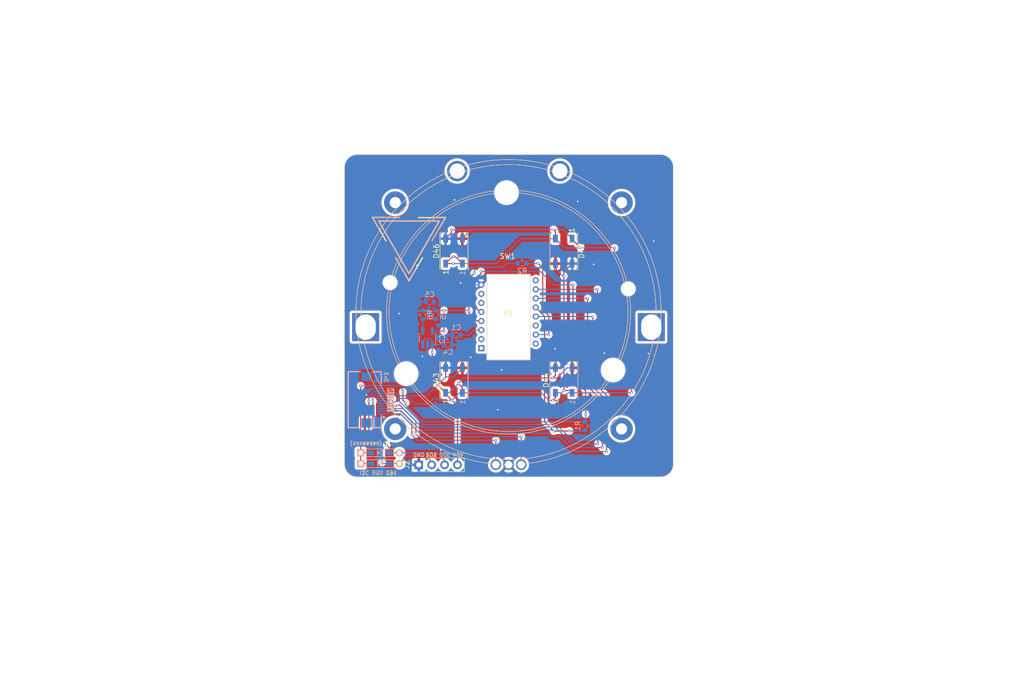
<source format=kicad_pcb>
(kicad_pcb (version 20221018) (generator pcbnew)
  (layers (0 "F.Cu" signal) (31 "B.Cu" signal) (34 "B.Paste" user) (35 "F.Paste" user) (36 "B.SilkS" user "B.Silkscreen") (37 "F.SilkS" user "F.Silkscreen") (38 "B.Mask" user) (39 "F.Mask" user) (44 "Edge.Cuts" user))
  (net 0 "")
  (net 1 "GND")
  (net 2 "+5V")
  (net 3 "Net-(U1-VDDPIX)")
  (net 4 "rgb_led_in")
  (net 5 "2V")
  (net 6 "Net-(D43-DOUT)")
  (net 7 "Net-(D44-DOUT)")
  (net 8 "Net-(D45-DOUT)")
  (net 9 "unconnected-(D46-DOUT-Pad2)")
  (net 10 "Net-(U1-LED_P)")
  (net 12 "SDA")
  (net 13 "SCL")
  (net 14 "GPIO_AD2")
  (net 15 "+3V3")
  (net 16 "MOSI")
  (net 17 "SPI_CS")
  (net 18 "MISO")
  (net 19 "SCLK")
  (net 24 "Net-(IC2-ADJ)")
  (net 27 "GPIO_AD1")
  (footprint "Connector_PinHeader_2.54mm:PinHeader_1x04_P2.54mm_Vertical" (layer "F.Cu") (at 156.895 149.975 90)
    (fp_text reference "J2" (at 0 -2.33 90) (layer "F.SilkS"))
    (fp_text value "Conn_01x06_Female")
    (pad "1" thru_hole rect (at 0 0 90) (size 1.7 1.7) (drill 1) (layers "*.Cu" "*.Mask") (net 1 "GND"))
    (pad "2" thru_hole oval (at 0 2.54 90) (size 1.7 1.7) (drill 1) (layers "*.Cu" "*.Mask") (net 12 "SDA"))
    (pad "3" thru_hole oval (at 0 5.08 90) (size 1.7 1.7) (drill 1) (layers "*.Cu" "*.Mask") (net 13 "SCL"))
    (pad "4" thru_hole oval (at 0 7.62 90) (size 1.7 1.7) (drill 1) (layers "*.Cu" "*.Mask") (net 2 "+5V"))
  )
  (footprint "fingerpunch:PERS56v3" (layer "F.Cu") (at 174.552257 119.94)
    (fp_text reference "SW1" (at -0.186125 -10.989441 unlocked) (layer "F.SilkS"))
    (fp_text value "RotaryEncoder")
    (pad "" np_thru_hole circle (at -23.289742 -5.8064) (size 2.5 2.5) (drill 2.5) (layers "F&B.Cu" "*.Mask"))
    (pad "" np_thru_hole circle (at -20.134933 12.098289) (size 4.4 4.4) (drill 4.4) (layers "F&B.Cu" "*.Mask"))
    (pad "" thru_hole circle (at -10.094278 -27.7333) (size 4 4) (drill 3) (layers "*.Cu" "*.Mask"))
    (pad "" np_thru_hole circle (at -0.399847 -23.484645) (size 4.4 4.4) (drill 4.4) (layers "F&B.Cu" "*.Mask"))
    (pad "" thru_hole circle (at 10.091931 -27.732996) (size 4 4) (drill 3) (layers "*.Cu" "*.Mask"))
    (pad "" np_thru_hole circle (at 20.548742 11.390354) (size 4.4 4.4) (drill 4.4) (layers "F&B.Cu" "*.Mask"))
    (pad "" np_thru_hole circle (at 23.544338 -4.573199) (size 2.5 2.5) (drill 2.5) (layers "F&B.Cu" "*.Mask"))
    (pad "A" thru_hole circle (at -2.5 30) (size 2.1 2.1) (drill 1.5) (layers "*.Cu" "*.Mask") (net 27 "GPIO_AD1"))
    (pad "B" thru_hole circle (at 2.5 30) (size 2.1 2.1) (drill 1.5) (layers "*.Cu" "*.Mask") (net 14 "GPIO_AD2"))
    (pad "C" thru_hole circle (at 0 30) (size 2.1 2.1) (drill 1.5) (layers "*.Cu" "*.Mask") (net 1 "GND"))
    (pad "MP" thru_hole rect (at -28.095244 2.952929) (size 5.3 5.5) (drill oval 4 5) (layers "*.Cu" "*.Mask"))
    (pad "MP" thru_hole rect (at 28.070731 2.95064) (size 5.3 5.5) (drill oval 4 5) (layers "*.Cu" "*.Mask"))
  )
  (footprint "fingerpunch:LED_WS2812B_PLCC4_5.0x5.0mm_P3.2mm-reversible" (layer "F.Cu") (at 163.83 107.95 90)
    (fp_text reference "D46" (at 0 -3.5 90) (layer "F.SilkS"))
    (fp_text value "WS2812B")
    (fp_text user "1" (at -4.31 1.69 90) (layer "B.SilkS") (effects (justify mirror)))
    (fp_text user "1" (at -4.15 -1.6 90) (layer "F.SilkS"))
    (pad "1" smd rect (at -2.45 -1.65 90) (size 1.5 0.9) (layers "F.Cu" "F.Paste" "F.Mask") (net 2 "+5V"))
    (pad "1" smd rect (at -2.45 1.65 90) (size 1.5 0.9) (layers "B.Cu" "B.Paste" "B.Mask") (net 2 "+5V"))
    (pad "2" smd rect (at -2.45 -1.65 90) (size 1.5 0.9) (layers "B.Cu" "B.Paste" "B.Mask") (net 9 "unconnected-(D46-DOUT-Pad2)"))
    (pad "2" smd rect (at -2.45 1.65 90) (size 1.5 0.9) (layers "F.Cu" "F.Paste" "F.Mask") (net 9 "unconnected-(D46-DOUT-Pad2)"))
    (pad "3" smd rect (at 2.45 -1.65 90) (size 1.5 0.9) (layers "B.Cu" "B.Paste" "B.Mask") (net 1 "GND"))
    (pad "3" smd rect (at 2.45 1.65 90) (size 1.5 0.9) (layers "F.Cu" "F.Paste" "F.Mask") (net 1 "GND"))
    (pad "4" smd rect (at 2.45 -1.65 90) (size 1.5 0.9) (layers "F.Cu" "F.Paste" "F.Mask") (net 8 "Net-(D45-DOUT)"))
    (pad "4" smd rect (at 2.45 1.65 90) (size 1.5 0.9) (layers "B.Cu" "B.Paste" "B.Mask") (net 8 "Net-(D45-DOUT)"))
  )
  (footprint "fingerpunch:LED_WS2812B_PLCC4_5.0x5.0mm_P3.2mm-reversible" (layer "F.Cu") (at 185.42 107.95 -90)
    (fp_text reference "D45" (at 0 -3.5 90) (layer "F.SilkS"))
    (fp_text value "WS2812B")
    (fp_text user "1" (at -4.31 1.69 90) (layer "B.SilkS") (effects (justify mirror)))
    (fp_text user "1" (at -4.15 -1.6 90) (layer "F.SilkS"))
    (pad "1" smd rect (at -2.45 -1.65 270) (size 1.5 0.9) (layers "F.Cu" "F.Paste" "F.Mask") (net 2 "+5V"))
    (pad "1" smd rect (at -2.45 1.65 270) (size 1.5 0.9) (layers "B.Cu" "B.Paste" "B.Mask") (net 2 "+5V"))
    (pad "2" smd rect (at -2.45 -1.65 270) (size 1.5 0.9) (layers "B.Cu" "B.Paste" "B.Mask") (net 8 "Net-(D45-DOUT)"))
    (pad "2" smd rect (at -2.45 1.65 270) (size 1.5 0.9) (layers "F.Cu" "F.Paste" "F.Mask") (net 8 "Net-(D45-DOUT)"))
    (pad "3" smd rect (at 2.45 -1.65 270) (size 1.5 0.9) (layers "B.Cu" "B.Paste" "B.Mask") (net 1 "GND"))
    (pad "3" smd rect (at 2.45 1.65 270) (size 1.5 0.9) (layers "F.Cu" "F.Paste" "F.Mask") (net 1 "GND"))
    (pad "4" smd rect (at 2.45 -1.65 270) (size 1.5 0.9) (layers "F.Cu" "F.Paste" "F.Mask") (net 7 "Net-(D44-DOUT)"))
    (pad "4" smd rect (at 2.45 1.65 270) (size 1.5 0.9) (layers "B.Cu" "B.Paste" "B.Mask") (net 7 "Net-(D44-DOUT)"))
  )
  (footprint "fingerpunch:LED_WS2812B_PLCC4_5.0x5.0mm_P3.2mm-reversible" (layer "F.Cu") (at 185.42 133.35 90)
    (fp_text reference "D44" (at 0 -3.5 90) (layer "F.SilkS"))
    (fp_text value "WS2812B")
    (fp_text user "1" (at -4.31 1.69 90) (layer "B.SilkS") (effects (justify mirror)))
    (fp_text user "1" (at -4.15 -1.6 90) (layer "F.SilkS"))
    (pad "1" smd rect (at -2.45 -1.65 90) (size 1.5 0.9) (layers "F.Cu" "F.Paste" "F.Mask") (net 2 "+5V"))
    (pad "1" smd rect (at -2.45 1.65 90) (size 1.5 0.9) (layers "B.Cu" "B.Paste" "B.Mask") (net 2 "+5V"))
    (pad "2" smd rect (at -2.45 -1.65 90) (size 1.5 0.9) (layers "B.Cu" "B.Paste" "B.Mask") (net 7 "Net-(D44-DOUT)"))
    (pad "2" smd rect (at -2.45 1.65 90) (size 1.5 0.9) (layers "F.Cu" "F.Paste" "F.Mask") (net 7 "Net-(D44-DOUT)"))
    (pad "3" smd rect (at 2.45 -1.65 90) (size 1.5 0.9) (layers "B.Cu" "B.Paste" "B.Mask") (net 1 "GND"))
    (pad "3" smd rect (at 2.45 1.65 90) (size 1.5 0.9) (layers "F.Cu" "F.Paste" "F.Mask") (net 1 "GND"))
    (pad "4" smd rect (at 2.45 -1.65 90) (size 1.5 0.9) (layers "F.Cu" "F.Paste" "F.Mask") (net 6 "Net-(D43-DOUT)"))
    (pad "4" smd rect (at 2.45 1.65 90) (size 1.5 0.9) (layers "B.Cu" "B.Paste" "B.Mask") (net 6 "Net-(D43-DOUT)"))
  )
  (footprint "fingerpunch:LED_WS2812B_PLCC4_5.0x5.0mm_P3.2mm-reversible" (layer "F.Cu") (at 163.83 133.35 90)
    (fp_text reference "D43" (at 0 -3.5 90) (layer "F.SilkS"))
    (fp_text value "WS2812B")
    (fp_text user "1" (at -4.31 1.69 90) (layer "B.SilkS") (effects (justify mirror)))
    (fp_text user "1" (at -4.15 -1.6 90) (layer "F.SilkS"))
    (pad "1" smd rect (at -2.45 -1.65 90) (size 1.5 0.9) (layers "F.Cu" "F.Paste" "F.Mask") (net 2 "+5V"))
    (pad "1" smd rect (at -2.45 1.65 90) (size 1.5 0.9) (layers "B.Cu" "B.Paste" "B.Mask") (net 2 "+5V"))
    (pad "2" smd rect (at -2.45 -1.65 90) (size 1.5 0.9) (layers "B.Cu" "B.Paste" "B.Mask") (net 6 "Net-(D43-DOUT)"))
    (pad "2" smd rect (at -2.45 1.65 90) (size 1.5 0.9) (layers "F.Cu" "F.Paste" "F.Mask") (net 6 "Net-(D43-DOUT)"))
    (pad "3" smd rect (at 2.45 -1.65 90) (size 1.5 0.9) (layers "B.Cu" "B.Paste" "B.Mask") (net 1 "GND"))
    (pad "3" smd rect (at 2.45 1.65 90) (size 1.5 0.9) (layers "F.Cu" "F.Paste" "F.Mask") (net 1 "GND"))
    (pad "4" smd rect (at 2.45 -1.65 90) (size 1.5 0.9) (layers "F.Cu" "F.Paste" "F.Mask") (net 4 "rgb_led_in"))
    (pad "4" smd rect (at 2.45 1.65 90) (size 1.5 0.9) (layers "B.Cu" "B.Paste" "B.Mask") (net 4 "rgb_led_in"))
  )
  (footprint "vik:vik-module-mounting-large" (layer "F.Cu") (at 174.524743 120.65)
    (fp_text reference "H1" (at 0 -0.5 unlocked) (layer "F.SilkS"))
    (fp_text value "MountingHole")
    (pad "1" thru_hole circle (at -22.249743 -22.25) (size 4.4 4.4) (drill 2.2) (layers "*.Cu" "*.Mask"))
    (pad "1" thru_hole circle (at -22.249743 22.25) (size 4.4 4.4) (drill 2.2) (layers "*.Cu" "*.Mask"))
    (pad "1" thru_hole circle (at 22.250257 -22.25) (size 4.4 4.4) (drill 2.2) (layers "*.Cu" "*.Mask"))
    (pad "1" thru_hole circle (at 22.250257 22.25) (size 4.4 4.4) (drill 2.2) (layers "*.Cu" "*.Mask"))
  )
  (footprint "fingerpunch:vik-logo-medium" (layer "F.Cu") (at 154.971197 106.105578)
    (fp_text reference "REF**")
    (fp_text value "vik-logo-medium")
  )
  (footprint "Capacitor_SMD:C_0603_1608Metric" (layer "B.Cu") (at 164.275 124.425 180)
    (fp_text reference "C1" (at 0 1.43) (layer "B.SilkS") (effects (justify mirror)))
    (fp_text value "4.7uF")
    (pad "1" smd roundrect (at -0.775 0 180) (size 0.9 0.95) (layers "B.Cu" "B.Paste" "B.Mask") (net 3 "Net-(U1-VDDPIX)"))
    (pad "2" smd roundrect (at 0.775 0 180) (size 0.9 0.95) (layers "B.Cu" "B.Paste" "B.Mask") (net 1 "GND"))
  )
  (footprint "Resistor_SMD:R_0603_1608Metric" (layer "B.Cu") (at 189.6 142.325 -90)
    (fp_text reference "R1" (at 0 1.43 90) (layer "B.SilkS") (effects (justify mirror)))
    (fp_text value "10k")
    (pad "1" smd roundrect (at -0.825 0 270) (size 0.8 0.95) (layers "B.Cu" "B.Paste" "B.Mask") (net 15 "+3V3"))
    (pad "2" smd roundrect (at 0.825 0 270) (size 0.8 0.95) (layers "B.Cu" "B.Paste" "B.Mask") (net 18 "MISO"))
  )
  (footprint "fingerpunch:PMW3360" (layer "B.Cu") (at 174.55 120.925)
    (fp_text reference "U1" hide)
    (fp_text value "PMW3360DM-T2QU")
    (fp_line (start -4.25 -8.375) (end 4.25 -8.375) (stroke (width 0.12)) (layer "Edge.Cuts"))
    (fp_line (start -4.25 8.375) (end -4.25 -8.375) (stroke (width 0.12)) (layer "Edge.Cuts"))
    (fp_line (start -4.25 8.375) (end 4.25 8.375) (stroke (width 0.12)) (layer "Edge.Cuts"))
    (fp_line (start 4.25 8.375) (end 4.25 -8.375) (stroke (width 0.12)) (layer "Edge.Cuts"))
    (pad "1" thru_hole rect (at -5.35 6.105) (size 1.2 1.2) (drill 0.7) (layers "*.Cu" "*.Mask"))
    (pad "2" thru_hole circle (at -5.35 4.325) (size 1.2 1.2) (drill 0.7) (layers "*.Cu" "*.Mask"))
    (pad "3" thru_hole circle (at -5.35 2.545) (size 1.2 1.2) (drill 0.7) (layers "*.Cu" "*.Mask") (net 3 "Net-(U1-VDDPIX)"))
    (pad "4" thru_hole circle (at -5.35 0.765) (size 1.2 1.2) (drill 0.7) (layers "*.Cu" "*.Mask") (net 5 "2V"))
    (pad "5" thru_hole circle (at -5.35 -1.015) (size 1.2 1.2) (drill 0.7) (layers "*.Cu" "*.Mask") (net 15 "+3V3"))
    (pad "6" thru_hole circle (at -5.35 -2.795) (size 1.2 1.2) (drill 0.7) (layers "*.Cu" "*.Mask"))
    (pad "7" thru_hole circle (at -5.35 -4.575) (size 1.2 1.2) (drill 0.7) (layers "*.Cu" "*.Mask"))
    (pad "8" thru_hole circle (at -5.35 -6.355) (size 1.2 1.2) (drill 0.7) (layers "*.Cu" "*.Mask") (net 1 "GND"))
    (pad "9" thru_hole circle (at 5.35 -7.245) (size 1.2 1.2) (drill 0.7) (layers "*.Cu" "*.Mask"))
    (pad "10" thru_hole circle (at 5.35 -5.465) (size 1.2 1.2) (drill 0.7) (layers "*.Cu" "*.Mask") (net 19 "SCLK"))
    (pad "11" thru_hole circle (at 5.35 -3.685) (size 1.2 1.2) (drill 0.7) (layers "*.Cu" "*.Mask") (net 16 "MOSI"))
    (pad "12" thru_hole circle (at 5.35 -1.905) (size 1.2 1.2) (drill 0.7) (layers "*.Cu" "*.Mask") (net 18 "MISO"))
    (pad "13" thru_hole circle (at 5.35 -0.125) (size 1.2 1.2) (drill 0.7) (layers "*.Cu" "*.Mask") (net 17 "SPI_CS"))
    (pad "14" thru_hole circle (at 5.35 1.655) (size 1.2 1.2) (drill 0.7) (layers "*.Cu" "*.Mask"))
    (pad "15" thru_hole circle (at 5.35 3.435) (size 1.2 1.2) (drill 0.7) (layers "*.Cu" "*.Mask") (net 10 "Net-(U1-LED_P)"))
    (pad "16" thru_hole circle (at 5.35 5.215) (size 1.2 1.2) (drill 0.7) (layers "*.Cu" "*.Mask"))
  )
  (footprint "Package_TO_SOT_SMD:SOT-23-5_HandSoldering" (layer "B.Cu") (at 158.625 124.975 90)
    (fp_text reference "IC2" (at 0 2.9 90) (layer "B.SilkS") (effects (justify mirror)))
    (fp_text value "AP7335-WG-7")
    (pad "1" smd rect (at -1.35 0.95 90) (size 1.56 0.65) (layers "B.Cu" "B.Paste" "B.Mask") (net 2 "+5V"))
    (pad "2" smd rect (at -1.35 0 90) (size 1.56 0.65) (layers "B.Cu" "B.Paste" "B.Mask") (net 1 "GND"))
    (pad "3" smd rect (at -1.35 -0.95 90) (size 1.56 0.65) (layers "B.Cu" "B.Paste" "B.Mask") (net 2 "+5V"))
    (pad "4" smd rect (at 1.35 -0.95 90) (size 1.56 0.65) (layers "B.Cu" "B.Paste" "B.Mask") (net 24 "Net-(IC2-ADJ)"))
    (pad "5" smd rect (at 1.35 0.95 90) (size 1.56 0.65) (layers "B.Cu" "B.Paste" "B.Mask") (net 5 "2V"))
  )
  (footprint "Capacitor_SMD:C_0603_1608Metric" (layer "B.Cu") (at 162.65 126.375)
    (fp_text reference "C4" (at 0 1.43) (layer "B.SilkS") (effects (justify mirror)))
    (fp_text value "1uF")
    (pad "1" smd roundrect (at -0.775 0) (size 0.9 0.95) (layers "B.Cu" "B.Paste" "B.Mask") (net 2 "+5V"))
    (pad "2" smd roundrect (at 0.775 0) (size 0.9 0.95) (layers "B.Cu" "B.Paste" "B.Mask") (net 1 "GND"))
  )
  (footprint "Capacitor_SMD:C_0603_1608Metric" (layer "B.Cu") (at 159.05 117.925 180)
    (fp_text reference "C5" (at 0 1.43) (layer "B.SilkS") (effects (justify mirror)))
    (fp_text value "1uF")
    (pad "1" smd roundrect (at -0.775 0 180) (size 0.9 0.95) (layers "B.Cu" "B.Paste" "B.Mask") (net 5 "2V"))
    (pad "2" smd roundrect (at 0.775 0 180) (size 0.9 0.95) (layers "B.Cu" "B.Paste" "B.Mask") (net 1 "GND"))
  )
  (footprint "fingerpunch:D3_TH_SMD" (layer "B.Cu") (at 149.275 147.6)
    (fp_text reference "R3" hide)
    (fp_text value "4.7k" hide)
    (pad "1" thru_hole rect (at -3.81 0) (size 1.397 1.397) (drill 0.8128) (layers "*.Cu" "*.Mask" "B.SilkS") (net 15 "+3V3"))
    (pad "1" smd rect (at -1.775 0) (size 1.3 0.95) (layers "B.Cu" "B.Paste" "B.Mask") (net 15 "+3V3"))
    (pad "2" smd rect (at 1.775 0) (size 1.3 0.95) (layers "B.Cu" "B.Paste" "B.Mask") (net 13 "SCL"))
    (pad "2" thru_hole circle (at 3.81 0) (size 1.397 1.397) (drill 0.8128) (layers "*.Cu" "*.Mask" "B.SilkS") (net 13 "SCL"))
  )
  (footprint "vik:vik-module-connector-horizontal" (layer "B.Cu") (at 147.32 137.16 90)
    (fp_text reference "J1" hide)
    (fp_text value "~")
    (fp_text user "VIK IN" (at -2.36 3.42 270 unlocked) (layer "B.SilkS" knockout) (effects (justify left bottom mirror)))
    (fp_text user "3v3" (at 3.3 2.7 270 unlocked) (layer "B.SilkS") (effects (font (size 0.75 0.75)) (justify left bottom mirror)))
    (pad "1" smd rect (at -2.75 2.038 90) (size 0.28 1.25) (layers "B.Cu" "B.Paste" "B.Mask") (net 19 "SCLK"))
    (pad "2" smd rect (at -2.25 2.038 90) (size 0.28 1.25) (layers "B.Cu" "B.Paste" "B.Mask") (net 18 "MISO"))
    (pad "3" smd rect (at -1.75 2.038 90) (size 0.28 1.25) (layers "B.Cu" "B.Paste" "B.Mask") (net 17 "SPI_CS"))
    (pad "4" smd rect (at -1.25 2.038 90) (size 0.28 1.25) (layers "B.Cu" "B.Paste" "B.Mask") (net 14 "GPIO_AD2"))
    (pad "5" smd rect (at -0.75 2.038 90) (size 0.28 1.25) (layers "B.Cu" "B.Paste" "B.Mask") (net 16 "MOSI"))
    (pad "6" smd rect (at -0.25 2.038 90) (size 0.28 1.25) (layers "B.Cu" "B.Paste" "B.Mask") (net 27 "GPIO_AD1"))
    (pad "7" smd rect (at 0.25 2.038 90) (size 0.28 1.25) (layers "B.Cu" "B.Paste" "B.Mask") (net 2 "+5V"))
    (pad "8" smd rect (at 0.75 2.038 90) (size 0.28 1.25) (layers "B.Cu" "B.Paste" "B.Mask") (net 4 "rgb_led_in"))
    (pad "9" smd rect (at 1.25 2.038 90) (size 0.28 1.25) (layers "B.Cu" "B.Paste" "B.Mask") (net 13 "SCL"))
    (pad "10" smd rect (at 1.75 2.038 90) (size 0.28 1.25) (layers "B.Cu" "B.Paste" "B.Mask") (net 12 "SDA"))
    (pad "11" smd rect (at 2.25 2.038 90) (size 0.28 1.25) (layers "B.Cu" "B.Paste" "B.Mask") (net 1 "GND"))
    (pad "12" smd rect (at 2.75 2.038 90) (size 0.28 1.25) (layers "B.Cu" "B.Paste" "B.Mask") (net 15 "+3V3"))
    (pad "13" smd rect (at 4.55 -0.686 90) (size 1.8 2) (layers "B.Cu" "B.Paste" "B.Mask"))
    (pad "14" smd rect (at -4.55 -0.686 90) (size 1.8 2) (layers "B.Cu" "B.Paste" "B.Mask"))
  )
  (footprint "Resistor_SMD:R_0603_1608Metric" (layer "B.Cu") (at 157.675 120.475 90)
    (fp_text reference "R6" (at 0 1.43 90) (layer "B.SilkS") (effects (justify mirror)))
    (fp_text value "10k")
    (pad "1" smd roundrect (at -0.825 0 90) (size 0.8 0.95) (layers "B.Cu" "B.Paste" "B.Mask") (net 24 "Net-(IC2-ADJ)"))
    (pad "2" smd roundrect (at 0.825 0 90) (size 0.8 0.95) (layers "B.Cu" "B.Paste" "B.Mask") (net 1 "GND"))
  )
  (footprint "Resistor_SMD:R_0603_1608Metric" (layer "B.Cu") (at 160.275 120.475 90)
    (fp_text reference "R5" (at 0 1.43 90) (layer "B.SilkS") (effects (justify mirror)))
    (fp_text value "15k")
    (pad "1" smd roundrect (at -0.825 0 90) (size 0.8 0.95) (layers "B.Cu" "B.Paste" "B.Mask") (net 24 "Net-(IC2-ADJ)"))
    (pad "2" smd roundrect (at 0.825 0 90) (size 0.8 0.95) (layers "B.Cu" "B.Paste" "B.Mask") (net 5 "2V"))
  )
  (footprint "fingerpunch:vik-logo-medium" (layer "B.Cu") (at 154.971197 106.080578 180)
    (fp_text reference "REF**")
    (fp_text value "vik-logo-medium")
  )
  (footprint "Resistor_SMD:R_0603_1608Metric" (layer "B.Cu") (at 177.225 110.375)
    (fp_text reference "R2" (at 0 1.43) (layer "B.SilkS") (effects (justify mirror)))
    (fp_text value "39")
    (pad "1" smd roundrect (at -0.825 0) (size 0.8 0.95) (layers "B.Cu" "B.Paste" "B.Mask") (net 5 "2V"))
    (pad "2" smd roundrect (at 0.825 0) (size 0.8 0.95) (layers "B.Cu" "B.Paste" "B.Mask") (net 10 "Net-(U1-LED_P)"))
  )
  (footprint "fingerpunch:D3_TH_SMD" (layer "B.Cu") (at 149.3 149.725)
    (fp_text reference "R4" hide)
    (fp_text value "4.7k" hide)
    (pad "1" thru_hole rect (at -3.81 0) (size 1.397 1.397) (drill 0.8128) (layers "*.Cu" "*.Mask" "B.SilkS") (net 15 "+3V3"))
    (pad "1" smd rect (at -1.775 0) (size 1.3 0.95) (layers "B.Cu" "B.Paste" "B.Mask") (net 15 "+3V3"))
    (pad "2" smd rect (at 1.775 0) (size 1.3 0.95) (layers "B.Cu" "B.Paste" "B.Mask") (net 12 "SDA"))
    (pad "2" thru_hole circle (at 3.81 0) (size 1.397 1.397) (drill 0.8128) (layers "*.Cu" "*.Mask" "B.SilkS") (net 12 "SDA"))
  )
  (gr_line (start 142.24 91.44) (end 142.24 149.86) (stroke (width 0.05)) (layer "Edge.Cuts"))
  (gr_arc (start 144.78 152.4) (mid 142.983949 151.656051) (end 142.24 149.86) (stroke (width 0.05)) (layer "Edge.Cuts"))
  (gr_line (start 204.47 88.9) (end 144.78 88.9) (stroke (width 0.05)) (layer "Edge.Cuts"))
  (gr_line (start 144.78 152.4) (end 204.47 152.4) (stroke (width 0.05)) (layer "Edge.Cuts"))
  (gr_arc (start 207.01 149.86) (mid 206.266051 151.656051) (end 204.47 152.4) (stroke (width 0.05)) (layer "Edge.Cuts"))
  (gr_line (start 207.01 149.86) (end 207.01 91.44) (stroke (width 0.05)) (layer "Edge.Cuts"))
  (gr_arc (start 204.47 88.9) (mid 206.266051 89.643949) (end 207.01 91.44) (stroke (width 0.05)) (layer "Edge.Cuts"))
  (gr_arc (start 142.24 91.44) (mid 142.983949 89.643949) (end 144.78 88.9) (stroke (width 0.05)) (layer "Edge.Cuts"))
  (gr_text "+5V" (at 164.725 147.95) (layer "B.SilkS") (effects (font (size 0.75 0.75) (thickness 0.1)) (justify mirror)))
  (gr_text "SDA" (at 159.45 148.05) (layer "B.SilkS") (effects (font (size 0.75 0.75) (thickness 0.1)) (justify mirror)))
  (gr_text "I2C Pull Ups" (at 148.925 151.5 180) (layer "B.SilkS") (effects (font (size 0.75 0.75) (thickness 0.1)) (justify mirror)))
  (gr_text "SCL" (at 162.081066 148.025) (layer "B.SilkS") (effects (font (size 0.75 0.75) (thickness 0.1)) (justify mirror)))
  (gr_text "GND" (at 156.9 147.975 180) (layer "B.SilkS") (effects (font (size 0.75 0.75) (thickness 0.1)) (justify mirror)))
  (gr_text "(unneeded)" (at 146.5 145.8 180) (layer "B.SilkS") (effects (font (size 0.75 0.75) (thickness 0.1)) (justify mirror)))
  (gr_text "I2C Pull Ups" (at 148.9 151.55) (layer "F.SilkS") (effects (font (size 0.75 0.75) (thickness 0.1))))
  (gr_text "SDA" (at 159.343934 148.05) (layer "F.SilkS") (effects (font (size 0.75 0.75) (thickness 0.1))))
  (gr_text "SCL" (at 161.975 148.025) (layer "F.SilkS") (effects (font (size 0.75 0.75) (thickness 0.1))))
  (gr_text "GND" (at 156.9 148) (layer "F.SilkS") (effects (font (size 0.75 0.75) (thickness 0.1))))
  (gr_text "+5V" (at 164.55 147.95) (layer "F.SilkS") (effects (font (size 0.75 0.75) (thickness 0.1))))
  (gr_text "(unneeded)" (at 146.525 145.7) (layer "F.SilkS") (effects (font (size 0.75 0.75) (thickness 0.1))))
  (via (at 188.15 98.175) (size 0.5) (drill 0.3) (layers "F.Cu" "B.Cu") (net 1))
  (via (at 161.225 147.075) (size 0.5) (drill 0.3) (layers "F.Cu" "B.Cu") (net 1))
  (via (at 157.62 128.62) (size 0.5) (drill 0.3) (layers "F.Cu" "B.Cu") (net 1))
  (via (at 146.61 136.24) (size 0.5) (drill 0.3) (layers "F.Cu" "B.Cu") (net 1))
  (via (at 165.12 114.18) (size 0.5) (drill 0.3) (layers "F.Cu" "B.Cu") (net 1))
  (via (at 193.39 128) (size 0.5) (drill 0.3) (layers "F.Cu" "B.Cu") (net 1))
  (via (at 183.73 127.14) (size 0.5) (drill 0.3) (layers "F.Cu" "B.Cu") (net 1))
  (via (at 203.08 105.97) (size 0.5) (drill 0.3) (layers "F.Cu" "B.Cu") (net 1))
  (via (at 172.45 139.125) (size 0.5) (drill 0.3) (layers "F.Cu" "B.Cu") (net 1))
  (via (at 191.3 110.56) (size 0.5) (drill 0.3) (layers "F.Cu" "B.Cu") (net 1))
  (via (at 156.56 110.75) (size 0.5) (drill 0.3) (layers "F.Cu" "B.Cu") (net 1))
  (via (at 153.05 120.225) (size 0.5) (drill 0.3) (layers "F.Cu" "B.Cu") (net 1))
  (via (at 163.925 97.875) (size 0.5) (drill 0.3) (layers "F.Cu" "B.Cu") (net 1))
  (via (at 167.125 128.825) (size 0.5) (drill 0.3) (layers "F.Cu" "B.Cu") (net 1))
  (via (at 202.05 128.1) (size 0.5) (drill 0.3) (layers "F.Cu" "B.Cu") (net 1))
  (via (at 173.21 131.29) (size 0.5) (drill 0.3) (layers "F.Cu" "B.Cu") (net 1))
  (segment (start 158.625 127.615) (end 157.62 128.62) (width 0.2) (layer "B.Cu") (net 1))
  (segment (start 158.625 126.5) (end 158.625 127.615) (width 0.2) (layer "B.Cu") (net 1))
  (segment (start 147.94 134.91) (end 146.61 136.24) (width 0.2) (layer "B.Cu") (net 1))
  (segment (start 149.358 134.91) (end 147.94 134.91) (width 0.2) (layer "B.Cu") (net 1))
  (segment (start 169.2 114.57) (end 165.51 114.57) (width 0.2) (layer "B.Cu") (net 1))
  (segment (start 165.51 114.57) (end 165.12 114.18) (width 0.2) (layer "B.Cu") (net 1))
  (segment (start 162.18 135.8) (end 162.18 136.03) (width 0.2) (layer "F.Cu") (net 2))
  (segment (start 188.57 107.17) (end 188.675 107.275) (width 0.2) (layer "F.Cu") (net 2))
  (segment (start 159.55 133.17) (end 159.55 127.825) (width 0.2) (layer "F.Cu") (net 2))
  (segment (start 198.75 130.125) (end 198.75 135.775) (width 0.2) (layer "F.Cu") (net 2))
  (segment (start 162.18 135.8) (end 159.55 133.17) (width 0.2) (layer "F.Cu") (net 2))
  (segment (start 162.18 110.4) (end 163.69 110.4) (width 0.2) (layer "F.Cu") (net 2))
  (segment (start 195.4 107.3) (end 195.4 124.95) (width 0.2) (layer "F.Cu") (net 2))
  (segment (start 164.515 149.975) (end 164.515 138.365) (width 0.2) (layer "F.Cu") (net 2))
  (segment (start 183.77 136.79) (end 183.27 137.29) (width 0.2) (layer "F.Cu") (net 2))
  (segment (start 195.4 124.95) (end 195.4 126.775) (width 0.2) (layer "F.Cu") (net 2))
  (segment (start 164.515 138.365) (end 163.43 137.28) (width 0.2) (layer "F.Cu") (net 2))
  (segment (start 187.07 105.5) (end 187.07 105.67) (width 0.2) (layer "F.Cu") (net 2))
  (segment (start 162.18 136.03) (end 163.43 137.28) (width 0.2) (layer "F.Cu") (net 2))
  (segment (start 187.07 105.67) (end 188.57 107.17) (width 0.2) (layer "F.Cu") (net 2))
  (segment (start 195.4 126.775) (end 196.575 127.95) (width 0.2) (layer "F.Cu") (net 2))
  (segment (start 196.575 127.95) (end 198.75 130.125) (width 0.2) (layer "F.Cu") (net 2))
  (segment (start 183.77 135.8) (end 183.77 136.79) (width 0.2) (layer "F.Cu") (net 2))
  (via (at 183.27 137.29) (size 0.5) (drill 0.3) (layers "F.Cu" "B.Cu") (net 2))
  (via (at 198.75 135.775) (size 0.5) (drill 0.3) (layers "F.Cu" "B.Cu") (net 2))
  (via (at 195.4 107.3) (size 0.5) (drill 0.3) (layers "F.Cu" "B.Cu") (net 2))
  (via (at 159.55 127.825) (size 0.5) (drill 0.3) (layers "F.Cu" "B.Cu") (net 2))
  (via (at 188.675 107.275) (size 0.5) (drill 0.3) (layers "F.Cu" "B.Cu") (net 2))
  (via (at 163.43 137.28) (size 0.5) (drill 0.3) (layers "F.Cu" "B.Cu") (net 2))
  (via (at 163.69 110.4) (size 0.5) (drill 0.3) (layers "F.Cu" "B.Cu") (net 2))
  (segment (start 198.725 135.8) (end 198.75 135.775) (width 0.2) (layer "B.Cu") (net 2))
  (segment (start 149.358 136.91) (end 150.69 136.91) (width 0.2) (layer "B.Cu") (net 2))
  (segment (start 158.15 125.125) (end 157.675 125.6) (width 0.2) (layer "B.Cu") (net 2))
  (segment (start 164.91 135.8) (end 165.48 135.8) (width 0.2) (layer "B.Cu") (net 2))
  (segment (start 151.35 136.25) (end 152.13 136.25) (width 0.2) (layer "B.Cu") (net 2))
  (segment (start 161.825 126.325) (end 159.575 126.325) (width 0.2) (layer "B.Cu") (net 2))
  (segment (start 163.43 137.28) (end 164.91 135.8) (width 0.2) (layer "B.Cu") (net 2))
  (segment (start 185.58 107.31) (end 188.64 107.31) (width 0.2) (layer "B.Cu") (net 2))
  (segment (start 184.82 137.29) (end 186.31 135.8) (width 0.2) (layer "B.Cu") (net 2))
  (segment (start 159.55 126.525) (end 159.575 126.5) (width 0.2) (layer "B.Cu") (net 2))
  (segment (start 172.09 110.4) (end 165.48 110.4) (width 0.2) (layer "B.Cu") (net 2))
  (segment (start 195.375 107.275) (end 195.4 107.3) (width 0.2) (layer "B.Cu") (net 2))
  (segment (start 158.75 138) (end 159.84 136.91) (width 0.2) (layer "B.Cu") (net 2))
  (segment (start 182.45 137.29) (end 183.27 137.29) (width 0.2) (layer "B.Cu") (net 2))
  (segment (start 160.85 137.28) (end 163.43 137.28) (width 0.2) (layer "B.Cu") (net 2))
  (segment (start 159.84 136.91) (end 160.48 136.91) (width 0.2) (layer "B.Cu") (net 2))
  (segment (start 159.55 127.825) (end 159.55 126.525) (width 0.2) (layer "B.Cu") (net 2))
  (segment (start 152.79 136.91) (end 155.035 136.91) (width 0.2) (layer "B.Cu") (net 2))
  (segment (start 157.675 125.6) (end 157.675 126.5) (width 0.2) (layer "B.Cu") (net 2))
  (segment (start 176.99 105.5) (end 172.09 110.4) (width 0.2) (layer "B.Cu") (net 2))
  (segment (start 183.77 105.5) (end 185.58 107.31) (width 0.2) (layer "B.Cu") (net 2))
  (segment (start 161.875 126.375) (end 161.825 126.325) (width 0.2) (layer "B.Cu") (net 2))
  (segment (start 183.77 105.5) (end 176.99 105.5) (width 0.2) (layer "B.Cu") (net 2))
  (segment (start 188.675 107.275) (end 195.375 107.275) (width 0.2) (layer "B.Cu") (net 2))
  (segment (start 152.13 136.25) (end 152.79 136.91) (width 0.2) (layer "B.Cu") (net 2))
  (segment (start 156.125 138) (end 157.325 138) (width 0.2) (layer "B.Cu") (net 2))
  (segment (start 188.64 107.31) (end 188.675 107.275) (width 0.2) (layer "B.Cu") (net 2))
  (segment (start 165.48 135.8) (end 180.96 135.8) (width 0.2) (layer "B.Cu") (net 2))
  (segment (start 157.325 138) (end 158.75 138) (width 0.2) (layer "B.Cu") (net 2))
  (segment (start 187.07 135.8) (end 198.725 135.8) (width 0.2) (layer "B.Cu") (net 2))
  (segment (start 155.035 136.91) (end 156.125 138) (width 0.2) (layer "B.Cu") (net 2))
  (segment (start 150.69 136.91) (end 151.35 136.25) (width 0.2) (layer "B.Cu") (net 2))
  (segment (start 160.48 136.91) (end 160.85 137.28) (width 0.2) (layer "B.Cu") (net 2))
  (segment (start 186.31 135.8) (end 187.07 135.8) (width 0.2) (layer "B.Cu") (net 2))
  (segment (start 159.575 125.6) (end 159.1 125.125) (width 0.2) (layer "B.Cu") (net 2))
  (segment (start 159.575 126.5) (end 159.575 125.6) (width 0.2) (layer "B.Cu") (net 2))
  (segment (start 163.69 110.4) (end 165.48 110.4) (width 0.2) (layer "B.Cu") (net 2))
  (segment (start 180.96 135.8) (end 182.45 137.29) (width 0.2) (layer "B.Cu") (net 2))
  (segment (start 183.27 137.29) (end 184.82 137.29) (width 0.2) (layer "B.Cu") (net 2))
  (segment (start 159.1 125.125) (end 158.15 125.125) (width 0.2) (layer "B.Cu") (net 2))
  (segment (start 169.2 123.47) (end 167.755 123.47) (width 0.2) (layer "B.Cu") (net 3))
  (segment (start 166.8 124.425) (end 165.05 124.425) (width 0.2) (layer "B.Cu") (net 3))
  (segment (start 167.755 123.47) (end 166.8 124.425) (width 0.2) (layer "B.Cu") (net 3))
  (segment (start 162.18 132.71) (end 161.945 132.945) (width 0.2) (layer "F.Cu") (net 4))
  (segment (start 162.18 130.9) (end 162.18 132.71) (width 0.2) (layer "F.Cu") (net 4))
  (via (at 161.945 132.945) (size 0.5) (drill 0.3) (layers "F.Cu" "B.Cu") (net 4))
  (segment (start 151.18 135.78) (end 152.43 135.78) (width 0.2) (layer "B.Cu") (net 4))
  (segment (start 165.48 130.98) (end 165.48 130.9) (width 0.2) (layer "B.Cu") (net 4))
  (segment (start 161.945 132.945) (end 162.21 132.68) (width 0.2) (layer "B.Cu") (net 4))
  (segment (start 162.21 132.68) (end 163.78 132.68) (width 0.2) (layer "B.Cu") (net 4))
  (segment (start 163.78 132.68) (end 165.48 130.98) (width 0.2) (layer "B.Cu") (net 4))
  (segment (start 152.43 135.78) (end 153.06 136.41) (width 0.2) (layer "B.Cu") (net 4))
  (segment (start 153.06 136.41) (end 158.48 136.41) (width 0.2) (layer "B.Cu") (net 4))
  (segment (start 149.358 136.41) (end 150.55 136.41) (width 0.2) (layer "B.Cu") (net 4))
  (segment (start 158.48 136.41) (end 161.945 132.945) (width 0.2) (layer "B.Cu") (net 4))
  (segment (start 150.55 136.41) (end 151.18 135.78) (width 0.2) (layer "B.Cu") (net 4))
  (segment (start 161.85 119.625) (end 161.875 119.6) (width 0.2) (layer "F.Cu") (net 5))
  (segment (start 169.2 121.69) (end 168.315 121.69) (width 0.2) (layer "F.Cu") (net 5))
  (segment (start 166.775 120.15) (end 166.775 119.625) (width 0.2) (layer "F.Cu") (net 5))
  (segment (start 166.775 119.625) (end 166.775 115.85) (width 0.2) (layer "F.Cu") (net 5))
  (segment (start 161.85 123.65) (end 161.85 119.625) (width 0.2) (layer "F.Cu") (net 5))
  (segment (start 166.775 113.325) (end 167.825 112.275) (width 0.2) (layer "F.Cu") (net 5))
  (segment (start 166.775 115.85) (end 166.775 113.325) (width 0.2) (layer "F.Cu") (net 5))
  (segment (start 167.9 121.275) (end 166.775 120.15) (width 0.2) (layer "F.Cu") (net 5))
  (segment (start 168.315 121.69) (end 167.9 121.275) (width 0.2) (layer "F.Cu") (net 5))
  (via (at 166.775 119.625) (size 0.5) (drill 0.3) (layers "F.Cu" "B.Cu") (net 5))
  (via (at 161.875 119.6) (size 0.5) (drill 0.3) (layers "F.Cu" "B.Cu") (net 5))
  (via (at 167.825 112.275) (size 0.5) (drill 0.3) (layers "F.Cu" "B.Cu") (net 5))
  (via (at 161.85 123.65) (size 0.5) (drill 0.3) (layers "F.Cu" "B.Cu") (net 5))
  (segment (start 174.025 110.375) (end 173.3 111.1) (width 0.2) (layer "B.Cu") (net 5))
  (segment (start 168.525 111.1) (end 173.3 111.1) (width 0.2) (layer "B.Cu") (net 5))
  (segment (start 176.4 110.375) (end 174.025 110.375) (width 0.2) (layer "B.Cu") (net 5))
  (segment (start 166.75 119.6) (end 166.775 119.625) (width 0.2) (layer "B.Cu") (net 5))
  (segment (start 161.825 123.625) (end 161.85 123.65) (width 0.2) (layer "B.Cu") (net 5))
  (segment (start 160.325 119.6) (end 160.275 119.65) (width 0.2) (layer "B.Cu") (net 5))
  (segment (start 167.825 112.275) (end 167.825 111.8) (width 0.2) (layer "B.Cu") (net 5))
  (segment (start 161.875 119.6) (end 160.325 119.6) (width 0.2) (layer "B.Cu") (net 5))
  (segment (start 161.875 119.6) (end 166.75 119.6) (width 0.2) (layer "B.Cu") (net 5))
  (segment (start 159.575 123.625) (end 161.825 123.625) (width 0.2) (layer "B.Cu") (net 5))
  (segment (start 159.825 119.2) (end 160.275 119.65) (width 0.2) (layer "B.Cu") (net 5))
  (segment (start 159.825 117.925) (end 159.825 119.2) (width 0.2) (layer "B.Cu") (net 5))
  (segment (start 167.825 111.8) (end 168.525 111.1) (width 0.2) (layer "B.Cu") (net 5))
  (segment (start 183.77 130.9) (end 183.77 132.38) (width 0.2) (layer "F.Cu") (net 6))
  (segment (start 165.48 134.81) (end 164.66 133.99) (width 0.2) (layer "F.Cu") (net 6))
  (segment (start 165.48 135.8) (end 165.48 134.81) (width 0.2) (layer "F.Cu") (net 6))
  (segment (start 183.77 132.38) (end 183.25 132.9) (width 0.2) (layer "F.Cu") (net 6))
  (via (at 164.66 133.99) (size 0.5) (drill 0.3) (layers "F.Cu" "B.Cu") (net 6))
  (via (at 183.25 132.9) (size 0.5) (drill 0.3) (layers "F.Cu" "B.Cu") (net 6))
  (segment (start 162.85 135.8) (end 164.66 133.99) (width 0.2) (layer "B.Cu") (net 6))
  (segment (start 186.07 130.9) (end 187.07 130.9) (width 0.2) (layer "B.Cu") (net 6))
  (segment (start 183.25 132.9) (end 184.07 132.9) (width 0.2) (layer "B.Cu") (net 6))
  (segment (start 164.66 133.99) (end 165.75 132.9) (width 0.2) (layer "B.Cu") (net 6))
  (segment (start 165.75 132.9) (end 183.25 132.9) (width 0.2) (layer "B.Cu") (net 6))
  (segment (start 184.07 132.9) (end 186.07 130.9) (width 0.2) (layer "B.Cu") (net 6))
  (segment (start 162.18 135.8) (end 162.85 135.8) (width 0.2) (layer "B.Cu") (net 6))
  (segment (start 185.43 135.36) (end 185.43 112.87) (width 0.2) (layer "F.Cu") (net 7))
  (segment (start 185.43 112.04) (end 187.07 110.4) (width 0.2) (layer "F.Cu") (net 7))
  (segment (start 185.43 112.87) (end 185.43 112.04) (width 0.2) (layer "F.Cu") (net 7))
  (segment (start 186.63 135.36) (end 187.07 135.8) (width 0.2) (layer "F.Cu") (net 7))
  (segment (start 185.43 135.36) (end 186.63 135.36) (width 0.2) (layer "F.Cu") (net 7))
  (via (at 185.43 135.36) (size 0.5) (drill 0.3) (layers "F.Cu" "B.Cu") (net 7))
  (via (at 185.43 112.87) (size 0.5) (drill 0.3) (layers "F.Cu" "B.Cu") (net 7))
  (segment (start 183.77 135.8) (end 184.99 135.8) (width 0.2) (layer "B.Cu") (net 7))
  (segment (start 183.77 111.41) (end 185.23 112.87) (width 0.2) (layer "B.Cu") (net 7))
  (segment (start 184.99 135.8) (end 185.43 135.36) (width 0.2) (layer "B.Cu") (net 7))
  (segment (start 183.77 110.4) (end 183.77 111.41) (width 0.2) (layer "B.Cu") (net 7))
  (segment (start 185.23 112.87) (end 185.43 112.87) (width 0.2) (layer "B.Cu") (net 7))
  (segment (start 183.77 105.5) (end 183.77 104.05) (width 0.2) (layer "F.Cu") (net 8))
  (segment (start 162.18 105.5) (end 163.33 104.35) (width 0.2) (layer "F.Cu") (net 8))
  (segment (start 163.33 104.35) (end 163.33 103.76) (width 0.2) (layer "F.Cu") (net 8))
  (segment (start 183.77 104.05) (end 183.4 103.68) (width 0.2) (layer "F.Cu") (net 8))
  (via (at 163.33 103.76) (size 0.5) (drill 0.3) (layers "F.Cu" "B.Cu") (net 8))
  (via (at 183.4 103.68) (size 0.5) (drill 0.3) (layers "F.Cu" "B.Cu") (net 8))
  (segment (start 167.3 103.68) (end 165.48 105.5) (width 0.2) (layer "B.Cu") (net 8))
  (segment (start 167.22 103.76) (end 167.3 103.68) (width 0.2) (layer "B.Cu") (net 8))
  (segment (start 185.25 103.68) (end 183.4 103.68) (width 0.2) (layer "B.Cu") (net 8))
  (segment (start 163.33 103.76) (end 167.22 103.76) (width 0.2) (layer "B.Cu") (net 8))
  (segment (start 187.07 105.5) (end 185.25 103.68) (width 0.2) (layer "B.Cu") (net 8))
  (segment (start 183.4 103.68) (end 167.3 103.68) (width 0.2) (layer "B.Cu") (net 8))
  (segment (start 164.1 109.02) (end 165.48 110.4) (width 0.2) (layer "F.Cu") (net 9))
  (segment (start 163.78 109.02) (end 164.1 109.02) (width 0.2) (layer "F.Cu") (net 9))
  (via (at 163.78 109.02) (size 0.5) (drill 0.3) (layers "F.Cu" "B.Cu") (net 9))
  (segment (start 162.18 110.4) (end 163.56 109.02) (width 0.2) (layer "B.Cu") (net 9))
  (segment (start 163.56 109.02) (end 163.78 109.02) (width 0.2) (layer "B.Cu") (net 9))
  (segment (start 181.275 111.25) (end 181.275 113.125) (width 0.2) (layer "F.Cu") (net 10))
  (segment (start 181.275 119.475) (end 181.725 119.925) (width 0.2) (layer "F.Cu") (net 10))
  (segment (start 182.475 120.675) (end 182.475 124.375) (width 0.2) (layer "F.Cu") (net 10))
  (segment (start 181.725 119.925) (end 182.475 120.675) (width 0.2) (layer "F.Cu") (net 10))
  (segment (start 181.275 113.125) (end 181.275 119.475) (width 0.2) (layer "F.Cu") (net 10))
  (segment (start 180.35 110.325) (end 181.275 111.25) (width 0.2) (layer "F.Cu") (net 10))
  (via (at 182.475 124.375) (size 0.5) (drill 0.3) (layers "F.Cu" "B.Cu") (net 10))
  (via (at 180.35 110.325) (size 0.5) (drill 0.3) (layers "F.Cu" "B.Cu") (net 10))
  (segment (start 178.05 110.375) (end 180.3 110.375) (width 0.2) (layer "B.Cu") (net 10))
  (segment (start 182.475 124.375) (end 182.46 124.36) (width 0.2) (layer "B.Cu") (net 10))
  (segment (start 180.3 110.375) (end 180.35 110.325) (width 0.2) (layer "B.Cu") (net 10))
  (segment (start 182.46 124.36) (end 179.9 124.36) (width 0.2) (layer "B.Cu") (net 10))
  (segment (start 148.4 144.85) (end 147.1 143.55) (width 0.2) (layer "F.Cu") (net 12))
  (segment (start 149.675 149.525) (end 149.675 146.125) (width 0.2) (layer "F.Cu") (net 12))
  (segment (start 149.675 146.125) (end 148.4 144.85) (width 0.2) (layer "F.Cu") (net 12))
  (segment (start 147.1 143.55) (end 147.1 137.5) (width 0.2) (layer "F.Cu") (net 12))
  (via (at 149.675 149.525) (size 0.5) (drill 0.3) (layers "F.Cu" "B.Cu") (net 12))
  (via (at 147.1 137.5) (size 0.5) (drill 0.3) (layers "F.Cu" "B.Cu") (net 12))
  (segment (start 148.24 135.41) (end 149.358 135.41) (width 0.2) (layer "B.Cu") (net 12))
  (segment (start 151.075 149.725) (end 149.875 149.725) (width 0.2) (layer "B.Cu") (net 12))
  (segment (start 159.435 149.335) (end 159.435 149.975) (width 0.2) (layer "B.Cu") (net 12))
  (segment (start 149.875 149.725) (end 149.675 149.525) (width 0.2) (layer "B.Cu") (net 12))
  (segment (start 147.1 137.5) (end 147.1 136.55) (width 0.2) (layer "B.Cu") (net 12))
  (segment (start 158.375 148.275) (end 159.435 149.335) (width 0.2) (layer "B.Cu") (net 12))
  (segment (start 154.56 148.275) (end 158.375 148.275) (width 0.2) (layer "B.Cu") (net 12))
  (segment (start 153.11 149.725) (end 154.56 148.275) (width 0.2) (layer "B.Cu") (net 12))
  (segment (start 147.1 136.55) (end 148.24 135.41) (width 0.2) (layer "B.Cu") (net 12))
  (segment (start 151.075 149.725) (end 153.11 149.725) (width 0.2) (layer "B.Cu") (net 12))
  (segment (start 150.6 146.1) (end 147.875 143.375) (width 0.2) (layer "F.Cu") (net 13))
  (segment (start 147.875 143.375) (end 147.875 137.425) (width 0.2) (layer "F.Cu") (net 13))
  (via (at 147.875 137.425) (size 0.5) (drill 0.3) (layers "F.Cu" "B.Cu") (net 13))
  (via (at 150.6 146.1) (size 0.5) (drill 0.3) (layers "F.Cu" "B.Cu") (net 13))
  (segment (start 148.49 135.91) (end 149.358 135.91) (width 0.2) (layer "B.Cu") (net 13))
  (segment (start 160.525 147.6) (end 153.085 147.6) (width 0.2) (layer "B.Cu") (net 13))
  (segment (start 147.875 136.525) (end 148.49 135.91) (width 0.2) (layer "B.Cu") (net 13))
  (segment (start 151.05 147.6) (end 151.05 146.55) (width 0.2) (layer "B.Cu") (net 13))
  (segment (start 161.975 149.05) (end 160.525 147.6) (width 0.2) (layer "B.Cu") (net 13))
  (segment (start 151.05 147.6) (end 153.085 147.6) (width 0.2) (layer "B.Cu") (net 13))
  (segment (start 151.05 146.55) (end 150.6 146.1) (width 0.2) (layer "B.Cu") (net 13))
  (segment (start 147.875 137.425) (end 147.875 136.525) (width 0.2) (layer "B.Cu") (net 13))
  (segment (start 161.975 149.975) (end 161.975 149.05) (width 0.2) (layer "B.Cu") (net 13))
  (segment (start 153.17 138.22) (end 152.7 138.22) (width 0.2) (layer "F.Cu") (net 14))
  (segment (start 156.325 143.9) (end 156.325 141.375) (width 0.2) (layer "F.Cu") (net 14))
  (segment (start 177.052257 144.472743) (end 177.075 144.45) (width 0.2) (layer "F.Cu") (net 14))
  (segment (start 156.325 141.375) (end 153.17 138.22) (width 0.2) (layer "F.Cu") (net 14))
  (segment (start 177.052257 149.94) (end 177.052257 144.472743) (width 0.2) (layer "F.Cu") (net 14))
  (via (at 177.075 144.45) (size 0.5) (drill 0.3) (layers "F.Cu" "B.Cu") (net 14))
  (via (at 152.7 138.22) (size 0.5) (drill 0.3) (layers "F.Cu" "B.Cu") (net 14))
  (via (at 156.325 143.9) (size 0.5) (drill 0.3) (layers "F.Cu" "B.Cu") (net 14))
  (segment (start 177.075 144.45) (end 156.875 144.45) (width 0.2) (layer "B.Cu") (net 14))
  (segment (start 152.51 138.41) (end 152.7 138.22) (width 0.2) (layer "B.Cu") (net 14))
  (segment (start 149.358 138.41) (end 152.51 138.41) (width 0.2) (layer "B.Cu") (net 14))
  (segment (start 156.875 144.45) (end 156.325 143.9) (width 0.2) (layer "B.Cu") (net 14))
  (segment (start 187.225 114.575) (end 187.225 126.3) (width 0.2) (layer "F.Cu") (net 15))
  (segment (start 169.15 112.375) (end 167.925 113.6) (width 0.2) (layer "F.Cu") (net 15))
  (segment (start 153.78 137.24) (end 154.32 137.78) (width 0.2) (layer "F.Cu") (net 15))
  (segment (start 187.225 126.3) (end 187.35 126.425) (width 0.2) (layer "F.Cu") (net 15))
  (segment (start 167.925 118.875) (end 168.96 119.91) (width 0.2) (layer "F.Cu") (net 15))
  (segment (start 145.465 134.435) (end 145.475 134.425) (width 0.2) (layer "F.Cu") (net 15))
  (segment (start 189.15 128.225) (end 187.35 126.425) (width 0.2) (layer "F.Cu") (net 15))
  (segment (start 145.465 147.6) (end 145.465 134.435) (width 0.2) (layer "F.Cu") (net 15))
  (segment (start 167.925 113.6) (end 167.925 118.875) (width 0.2) (layer "F.Cu") (net 15))
  (segment (start 168.96 119.91) (end 169.2 119.91) (width 0.2) (layer "F.Cu") (net 15))
  (segment (start 189.7 135.4) (end 189.15 134.85) (width 0.2) (layer "F.Cu") (net 15))
  (segment (start 189.7 140) (end 189.7 135.4) (width 0.2) (layer "F.Cu") (net 15))
  (segment (start 153.78 135.63) (end 153.78 137.24) (width 0.2) (layer "F.Cu") (net 15))
  (segment (start 145.465 147.6) (end 145.465 149.7) (width 0.2) (layer "F.Cu") (net 15))
  (segment (start 189.15 134.85) (end 189.15 128.225) (width 0.2) (layer "F.Cu") (net 15))
  (segment (start 145.465 149.7) (end 145.49 149.725) (width 0.2) (layer "F.Cu") (net 15))
  (segment (start 169.15 111.95) (end 169.15 112.375) (width 0.2) (layer "F.Cu") (net 15))
  (via (at 169.15 111.95) (size 0.5) (drill 0.3) (layers "F.Cu" "B.Cu") (net 15))
  (via (at 187.225 114.575) (size 0.5) (drill 0.3) (layers "F.Cu" "B.Cu") (net 15))
  (via (at 153.78 135.63) (size 0.5) (drill 0.3) (layers "F.Cu" "B.Cu") (net 15))
  (via (at 189.7 140) (size 0.5) (drill 0.3) (layers "F.Cu" "B.Cu") (net 15))
  (via (at 145.475 134.425) (size 0.5) (drill 0.3) (layers "F.Cu" "B.Cu") (net 15))
  (via (at 154.32 137.78) (size 0.5) (drill 0.3) (layers "F.Cu" "B.Cu") (net 15))
  (segment (start 145.49 149.725) (end 147.525 149.725) (width 0.2) (layer "B.Cu") (net 15))
  (segment (start 178.15 111.95) (end 169.15 111.95) (width 0.2) (layer "B.Cu") (net 15))
  (segment (start 157.64593 141.4875) (end 189.5875 141.4875) (width 0.2) (layer "B.Cu") (net 15))
  (segment (start 154.32 137.78) (end 154.32 138.16157) (width 0.2) (layer "B.Cu") (net 15))
  (segment (start 189.7 140) (end 189.7 141.4) (width 0.2) (layer "B.Cu") (net 15))
  (segment (start 187.225 114.575) (end 183.425 114.575) (width 0.2) (layer "B.Cu") (net 15))
  (segment (start 189.5875 141.4875) (end 189.6 141.5) (width 0.2) (layer "B.Cu") (net 15))
  (segment (start 145.465 147.6) (end 147.5 147.6) (width 0.2) (layer "B.Cu") (net 15))
  (segment (start 180.8 111.95) (end 178.15 111.95) (width 0.2) (layer "B.Cu") (net 15))
  (segment (start 183.425 114.575) (end 182.225 113.375) (width 0.2) (layer "B.Cu") (net 15))
  (segment (start 149.358 134.41) (end 152.95 134.41) (width 0.2) (layer "B.Cu") (net 15))
  (segment (start 145.475 134.425) (end 145.49 134.41) (width 0.2) (layer "B.Cu") (net 15))
  (segment (start 153.51 134.97) (end 153.78 135.24) (width 0.2) (layer "B.Cu") (net 15))
  (segment (start 154.32 138.16157) (end 157.64593 141.4875) (width 0.2) (layer "B.Cu") (net 15))
  (segment (start 145.49 134.41) (end 149.358 134.41) (width 0.2) (layer "B.Cu") (net 15))
  (segment (start 182.225 113.375) (end 180.8 111.95) (width 0.2) (layer "B.Cu") (net 15))
  (segment (start 153.78 135.24) (end 153.78 135.63) (width 0.2) (layer "B.Cu") (net 15))
  (segment (start 152.95 134.41) (end 153.51 134.97) (width 0.2) (layer "B.Cu") (net 15))
  (segment (start 189.7 141.4) (end 189.6 141.5) (width 0.2) (layer "B.Cu") (net 15))
  (segment (start 190.1 134.5) (end 190.1 132.225) (width 0.2) (layer "F.Cu") (net 16))
  (segment (start 191.55 135.95) (end 190.1 134.5) (width 0.2) (layer "F.Cu") (net 16))
  (segment (start 192.125 136.525) (end 191.55 135.95) (width 0.2) (layer "F.Cu") (net 16))
  (segment (start 190.1 123.8) (end 190.1 117.275) (width 0.2) (layer "F.Cu") (net 16))
  (segment (start 190.1 117.275) (end 190.125 117.25) (width 0.2) (layer "F.Cu") (net 16))
  (segment (start 190.1 132.225) (end 190.1 123.8) (width 0.2) (layer "F.Cu") (net 16))
  (segment (start 192.125 145.875) (end 192.125 136.525) (width 0.2) (layer "F.Cu") (net 16))
  (via (at 190.125 117.25) (size 0.5) (drill 0.3) (layers "F.Cu" "B.Cu") (net 16))
  (via (at 192.125 145.875) (size 0.5) (drill 0.3) (layers "F.Cu" "B.Cu") (net 16))
  (segment (start 183.95 142.025) (end 187.8 145.875) (width 0.2) (layer "B.Cu") (net 16))
  (segment (start 190.125 117.25) (end 190.115 117.24) (width 0.2) (layer "B.Cu") (net 16))
  (segment (start 153.082744 137.49) (end 157.617744 142.025) (width 0.2) (layer "B.Cu") (net 16))
  (segment (start 190.115 117.24) (end 179.9 117.24) (width 0.2) (layer "B.Cu") (net 16))
  (segment (start 149.358 137.91) (end 151.87 137.91) (width 0.2) (layer "B.Cu") (net 16))
  (segment (start 157.617744 142.025) (end 183.95 142.025) (width 0.2) (layer "B.Cu") (net 16))
  (segment (start 187.8 145.875) (end 192.125 145.875) (width 0.2) (layer "B.Cu") (net 16))
  (segment (start 151.87 137.91) (end 152.29 137.49) (width 0.2) (layer "B.Cu") (net 16))
  (segment (start 152.29 137.49) (end 153.082744 137.49) (width 0.2) (layer "B.Cu") (net 16))
  (segment (start 191.125 120.825) (end 191.125 123.825) (width 0.2) (layer "F.Cu") (net 17))
  (segment (start 193 136.5) (end 190.7 134.2) (width 0.2) (layer "F.Cu") (net 17))
  (segment (start 190.7 134.2) (end 190.7 124.25) (width 0.2) (layer "F.Cu") (net 17))
  (segment (start 193 146.55) (end 193 136.5) (width 0.2) (layer "F.Cu") (net 17))
  (segment (start 191.125 123.825) (end 190.7 124.25) (width 0.2) (layer "F.Cu") (net 17))
  (via (at 191.125 120.825) (size 0.5) (drill 0.3) (layers "F.Cu" "B.Cu") (net 17))
  (via (at 193 146.55) (size 0.5) (drill 0.3) (layers "F.Cu" "B.Cu") (net 17))
  (segment (start 183.725 142.55) (end 187.725 146.55) (width 0.2) (layer "B.Cu") (net 17))
  (segment (start 179.9 120.8) (end 191.1 120.8) (width 0.2) (layer "B.Cu") (net 17))
  (segment (start 153.371372 138.91) (end 153.81 138.91) (width 0.2) (layer "B.Cu") (net 17))
  (segment (start 187.725 146.55) (end 193 146.55) (width 0.2) (layer "B.Cu") (net 17))
  (segment (start 153.371372 138.91) (end 149.358 138.91) (width 0.2) (layer "B.Cu") (net 17))
  (segment (start 153.81 138.91) (end 157.45 142.55) (width 0.2) (layer "B.Cu") (net 17))
  (segment (start 157.45 142.55) (end 183.725 142.55) (width 0.2) (layer "B.Cu") (net 17))
  (segment (start 191.1 120.8) (end 191.125 120.825) (width 0.2) (layer "B.Cu") (net 17))
  (segment (start 183.45 143.325) (end 186.5 143.325) (width 0.2) (layer "F.Cu") (net 18))
  (segment (start 181.625 141.5) (end 181.625 120.745) (width 0.2) (layer "F.Cu") (net 18))
  (segment (start 186.5 143.325) (end 186.525 143.3) (width 0.2) (layer "F.Cu") (net 18))
  (segment (start 181.625 120.745) (end 179.9 119.02) (width 0.2) (layer "F.Cu") (net 18))
  (segment (start 183.45 143.325) (end 181.625 141.5) (width 0.2) (layer "F.Cu") (net 18))
  (via (at 186.525 143.3) (size 0.5) (drill 0.3) (layers "F.Cu" "B.Cu") (net 18))
  (via (at 183.45 143.325) (size 0.5) (drill 0.3) (layers "F.Cu" "B.Cu") (net 18))
  (segment (start 153.305686 139.41) (end 149.358 139.41) (width 0.2) (layer "B.Cu") (net 18))
  (segment (start 186.525 143.3) (end 189.45 143.3) (width 0.2) (layer "B.Cu") (net 18))
  (segment (start 158.65 143.1) (end 183.225 143.1) (width 0.2) (layer "B.Cu") (net 18))
  (segment (start 153.51 139.41) (end 156.675 142.575) (width 0.2) (layer "B.Cu") (net 18))
  (segment (start 183.225 143.1) (end 183.45 143.325) (width 0.2) (layer "B.Cu") (net 18))
  (segment (start 153.305686 139.41) (end 153.51 139.41) (width 0.2) (layer "B.Cu") (net 18))
  (segment (start 189.45 143.3) (end 189.6 143.15) (width 0.2) (layer "B.Cu") (net 18))
  (segment (start 157.2 143.1) (end 158.65 143.1) (width 0.2) (layer "B.Cu") (net 18))
  (segment (start 156.675 142.575) (end 157.2 143.1) (width 0.2) (layer "B.Cu") (net 18))
  (segment (start 193.825 137.775) (end 193.825 136.275) (width 0.2) (layer "F.Cu") (net 19))
  (segment (start 193.075 135.525) (end 191.3 133.75) (width 0.2) (layer "F.Cu") (net 19))
  (segment (start 191.3 126.175) (end 192.025 125.45) (width 0.2) (layer "F.Cu") (net 19))
  (segment (start 191.3 133.75) (end 191.3 130.85) (width 0.2) (layer "F.Cu") (net 19))
  (segment (start 193.825 147.35) (end 193.825 137.775) (width 0.2) (layer "F.Cu") (net 19))
  (segment (start 193.825 136.275) (end 193.075 135.525) (width 0.2) (layer "F.Cu") (net 19))
  (segment (start 191.3 130.85) (end 191.3 126.175) (width 0.2) (layer "F.Cu") (net 19))
  (segment (start 192.025 125.45) (end 192.025 120.95) (width 0.2) (layer "F.Cu") (net 19))
  (segment (start 192.025 120.95) (end 192.025 115.45) (width 0.2) (layer "F.Cu") (net 19))
  (via (at 193.825 147.35) (size 0.5) (drill 0.3) (layers "F.Cu" "B.Cu") (net 19))
  (via (at 192.025 115.45) (size 0.5) (drill 0.3) (layers "F.Cu" "B.Cu") (net 19))
  (segment (start 157.08 143.75) (end 159.875 143.75) (width 0.2) (layer "B.Cu") (net 19))
  (segment (start 182.375 143.75) (end 183.075 144.45) (width 0.2) (layer "B.Cu") (net 19))
  (segment (start 149.358 139.91) (end 153.24 139.91) (width 0.2) (layer "B.Cu") (net 19))
  (segment (start 184.625 144.45) (end 186.125 145.95) (width 0.2) (layer "B.Cu") (net 19))
  (segment (start 187.525 147.35) (end 193.825 147.35) (width 0.2) (layer "B.Cu") (net 19))
  (segment (start 184.375 144.45) (end 184.625 144.45) (width 0.2) (layer "B.Cu") (net 19))
  (segment (start 186.125 145.95) (end 187.525 147.35) (width 0.2) (layer "B.Cu") (net 19))
  (segment (start 192.015 115.46) (end 192.025 115.45) (width 0.2) (layer "B.Cu") (net 19))
  (segment (start 183.075 144.45) (end 184.375 144.45) (width 0.2) (layer "B.Cu") (net 19))
  (segment (start 156.415 143.085) (end 157.08 143.75) (width 0.2) (layer "B.Cu") (net 19))
  (segment (start 153.24 139.91) (end 156.415 143.085) (width 0.2) (layer "B.Cu") (net 19))
  (segment (start 159.875 143.75) (end 182.375 143.75) (width 0.2) (layer "B.Cu") (net 19))
  (segment (start 179.9 115.46) (end 192.015 115.46) (width 0.2) (layer "B.Cu") (net 19))
  (segment (start 157.675 123.625) (end 157.675 121.3) (width 0.2) (layer "B.Cu") (net 24))
  (segment (start 157.675 121.3) (end 160.275 121.3) (width 0.2) (layer "B.Cu") (net 24))
  (segment (start 153.325 139.325) (end 152.47 139.325) (width 0.2) (layer "F.Cu") (net 27))
  (segment (start 152.47 139.325) (end 151.72 138.575) (width 0.2) (layer "F.Cu") (net 27))
  (segment (start 172.052257 149.94) (end 172.052257 145.152257) (width 0.2) (layer "F.Cu") (net 27))
  (segment (start 155.55 141.55) (end 153.325 139.325) (width 0.2) (layer "F.Cu") (net 27))
  (segment (start 155.55 144.075) (end 155.55 141.55) (width 0.2) (layer "F.Cu") (net 27))
  (segment (start 151.72 138.575) (end 151.72 137.01) (width 0.2) (layer "F.Cu") (net 27))
  (segment (start 172.052257 145.152257) (end 172.05 145.15) (width 0.2) (layer "F.Cu") (net 27))
  (via (at 155.55 144.075) (size 0.5) (drill 0.3) (layers "F.Cu" "B.Cu") (net 27))
  (via (at 172.05 145.15) (size 0.5) (drill 0.3) (layers "F.Cu" "B.Cu") (net 27))
  (via (at 151.72 137.01) (size 0.5) (drill 0.3) (layers "F.Cu" "B.Cu") (net 27))
  (segment (start 149.358 137.41) (end 151.32 137.41) (width 0.2) (layer "B.Cu") (net 27))
  (segment (start 172.05 145.15) (end 156.625 145.15) (width 0.2) (layer "B.Cu") (net 27))
  (segment (start 156.625 145.15) (end 155.55 144.075) (width 0.2) (layer "B.Cu") (net 27))
  (segment (start 151.32 137.41) (end 151.72 137.01) (width 0.2) (layer "B.Cu") (net 27))
  (zone (net 1) (net_name "GND") (layers "F&B.Cu") (connect_pads (clearance 0.508)) (min_thickness 0.254) (fill yes (thermal_gap 0.508) (thermal_bridge_width 0.508))
    (polygon (pts (xy 275.91 59.07) (xy 275.59 193.26) (xy 74.78 194.21) (xy 74.56 58.57)))
  )
)
</source>
